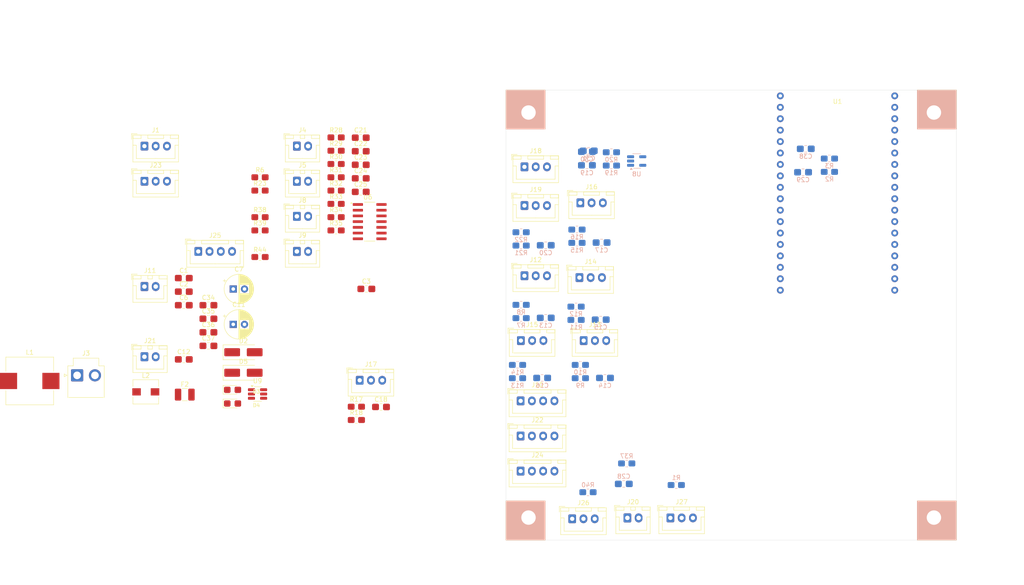
<source format=kicad_pcb>
(kicad_pcb (version 20241229) (generator "pcbnew") (generator_version "9.0")
  (layers (0 "F.Cu" signal) (2 "B.Cu" signal) (13 "F.Paste" user) (15 "B.Paste" user) (5 "F.SilkS" user "F.Silkscreen") (7 "B.SilkS" user "B.Silkscreen") (1 "F.Mask" user) (3 "B.Mask" user) (25 "Edge.Cuts" user))
  (net 0 "")
  (net 1 "+3.3V")
  (net 2 "+12V")
  (net 3 "+5V")
  (net 4 "APPS_3.3V_OUT")
  (net 5 "LVB_TEMP")
  (net 6 "BRAKE_TEMP1")
  (net 7 "BRAKE_TEMP2")
  (net 9 "BRAKE_TEMP3")
  (net 10 "BRAKE_TEMP4")
  (net 11 "CAN+")
  (net 12 "CAN-")
  (net 13 "LVB_S")
  (net 16 "CAN_RX")
  (net 17 "CAN_TX")
  (net 18 "GND")
  (net 19 "Net-(U4-FB)")
  (net 20 "Net-(D2-K)")
  (net 21 "Net-(U6A--)")
  (net 22 "POT3_OUT")
  (net 23 "POT2_OUT")
  (net 24 "POT4_OUT")
  (net 25 "APPS_5V_OUT")
  (net 26 "POT1_OUT")
  (net 27 "BRAKE_TEMP_OUT1")
  (net 28 "BRAKE_TEMP_OUT4")
  (net 29 "BRAKE_TEMP_OUT2")
  (net 30 "BRAKE_TEMP_OUT3")
  (net 31 "Net-(U6C--)")
  (net 32 "Net-(U6B--)")
  (net 33 "Net-(U6D--)")
  (net 34 "SCL_3V3")
  (net 35 "SDA_3V3")
  (net 36 "BRAKE_OUT")
  (net 37 "FLOW_OUT")
  (net 38 "Net-(D3-A)")
  (net 39 "Net-(D4-A)")
  (net 40 "POT1_IN")
  (net 41 "POT2_IN")
  (net 42 "POT3_IN")
  (net 43 "POT4_IN")
  (net 44 "APPS_5V_IN")
  (net 45 "BRAKE_IN")
  (net 46 "FLOW_IN")
  (net 47 "APPS_3.3IN")
  (net 48 "Net-(C31-Pad2)")
  (net 50 "Temp_sensor")
  (net 51 "IO19")
  (net 52 "IO20")
  (net 53 "IO48")
  (net 54 "IO47")
  (net 55 "IO45")
  (net 56 "IO46")
  (net 57 "IO42")
  (net 58 "IO39")
  (net 59 "IO41")
  (net 60 "IO40")
  (net 61 "PUMP_THERM_IN")
  (net 62 "+24V")
  (net 63 "Net-(D5-K)")
  (net 64 "Net-(U9-FB)")
  (footprint "RMC_Capacitor:C_0805_2012Metric_Pad1.18x1.45mm_HandSolder_L" (layer "F.Cu") (at 33.938917 106.847897)
    (property "Reference" "C37" (at 0 -1.68 0) (layer "F.SilkS"))
    (property "Value" "100nF")
    (pad "1" smd roundrect (at -1.2156 -0.0069) (size 1.5312 1.4362) (layers "F.Cu" "F.Mask" "F.Paste") (roundrect_rratio 0.212766) (net 18 "GND"))
    (pad "2" smd roundrect (at 1.2156 0) (size 1.5312 1.45) (layers "F.Cu" "F.Mask" "F.Paste") (roundrect_rratio 0.212766) (net 1 "+3.3V"))
  )
  (footprint "Diode_SMD:D_SMA_Handsoldering" (layer "F.Cu") (at 41.709117 108.267897)
    (property "Reference" "D2" (at 0 -2.5 0) (layer "F.SilkS"))
    (property "Value" "SMA Diode")
    (pad "1" smd roundrect (at -2.5 0) (size 3.5 1.8) (layers "F.Cu" "F.Mask" "F.Paste") (roundrect_rratio 0.1388888889) (net 20 "Net-(D2-K)"))
    (pad "2" smd roundrect (at 2.5 0) (size 3.5 1.8) (layers "F.Cu" "F.Mask" "F.Paste") (roundrect_rratio 0.1388888889) (net 18 "GND"))
  )
  (footprint "RMC_Resistor:R_0805_2012Metric_Pad1.20x1.40mm_HandSolder_L" (layer "F.Cu") (at 66.78 123.35)
    (property "Reference" "R18" (at 0 -1.65 0) (layer "F.SilkS"))
    (property "Value" "1k")
    (pad "1" smd roundrect (at -1.1525 -0.0325) (size 1.505 1.335) (layers "F.Cu" "F.Mask" "F.Paste") (roundrect_rratio 0.208333) (net 18 "GND"))
    (pad "2" smd roundrect (at 1.1525 -0.0325) (size 1.505 1.335) (layers "F.Cu" "F.Mask" "F.Paste") (roundrect_rratio 0.208333) (net 36 "BRAKE_OUT"))
  )
  (footprint "Diode_SMD:D_SMA_Handsoldering" (layer "F.Cu") (at 41.709117 112.817897)
    (property "Reference" "D5" (at 0 -2.5 0) (layer "F.SilkS"))
    (property "Value" "SMA Diode")
    (pad "1" smd roundrect (at -2.5 0) (size 3.5 1.8) (layers "F.Cu" "F.Mask" "F.Paste") (roundrect_rratio 0.1388888889) (net 63 "Net-(D5-K)"))
    (pad "2" smd roundrect (at 2.5 0) (size 3.5 1.8) (layers "F.Cu" "F.Mask" "F.Paste") (roundrect_rratio 0.1388888889) (net 62 "+24V"))
  )
  (footprint "RMC_Capacitor:C_0805_2012Metric_Pad1.18x1.45mm_HandSolder_L" (layer "F.Cu") (at 33.938917 100.827897)
    (property "Reference" "C35" (at 0 -1.68 0) (layer "F.SilkS"))
    (property "Value" "100nF")
    (pad "1" smd roundrect (at -1.2156 -0.0069) (size 1.5312 1.4362) (layers "F.Cu" "F.Mask" "F.Paste") (roundrect_rratio 0.212766) (net 18 "GND"))
    (pad "2" smd roundrect (at 1.2156 0) (size 1.5312 1.45) (layers "F.Cu" "F.Mask" "F.Paste") (roundrect_rratio 0.212766) (net 62 "+24V"))
  )
  (footprint "Connector_JST:JST_XH_B3B-XH-A_1x03_P2.50mm_Vertical" (layer "F.Cu") (at 104.1 67.075)
    (property "Reference" "J18" (at 2.5 -3.55 0) (layer "F.SilkS"))
    (property "Value" "Conn_01x03")
    (pad "1" thru_hole roundrect (at 0 0) (size 1.7 1.95) (drill 0.95) (layers "*.Cu" "*.Mask") (roundrect_rratio 0.147059) (net 46 "FLOW_IN"))
    (pad "2" thru_hole oval (at 2.5 0) (size 1.7 1.95) (drill 0.95) (layers "*.Cu" "*.Mask") (net 18 "GND"))
    (pad "3" thru_hole oval (at 5 0) (size 1.7 1.95) (drill 0.95) (layers "*.Cu" "*.Mask") (net 3 "+5V"))
  )
  (footprint "Connector_JST:JST_XH_B3B-XH-A_1x03_P2.50mm_Vertical" (layer "F.Cu") (at 116.5 75.075)
    (property "Reference" "J16" (at 2.5 -3.55 0) (layer "F.SilkS"))
    (property "Value" "Conn_01x03")
    (pad "1" thru_hole roundrect (at 0 0) (size 1.7 1.95) (drill 0.95) (layers "*.Cu" "*.Mask") (roundrect_rratio 0.147059) (net 44 "APPS_5V_IN"))
    (pad "2" thru_hole oval (at 2.5 0) (size 1.7 1.95) (drill 0.95) (layers "*.Cu" "*.Mask") (net 18 "GND"))
    (pad "3" thru_hole oval (at 5 0) (size 1.7 1.95) (drill 0.95) (layers "*.Cu" "*.Mask") (net 3 "+5V"))
  )
  (footprint "RMC_Capacitor:C_0805_2012Metric_Pad1.18x1.45mm_HandSolder_L" (layer "F.Cu") (at 69 94.192897)
    (property "Reference" "C3" (at 0 -1.68 0) (layer "F.SilkS"))
    (property "Value" "100nF")
    (pad "1" smd roundrect (at -1.2156 -0.0069) (size 1.5312 1.4362) (layers "F.Cu" "F.Mask" "F.Paste") (roundrect_rratio 0.212766) (net 18 "GND"))
    (pad "2" smd roundrect (at 1.2156 0) (size 1.5312 1.45) (layers "F.Cu" "F.Mask" "F.Paste") (roundrect_rratio 0.212766) (net 3 "+5V"))
  )
  (footprint "Connector_JST:JST_XH_B4B-XH-A_1x04_P2.50mm_Vertical" (layer "F.Cu") (at 103.25 126.875)
    (property "Reference" "J22" (at 3.75 -3.55 0) (layer "F.SilkS"))
    (property "Value" "Conn_01x04")
    (pad "1" thru_hole roundrect (at 0 0) (size 1.7 1.95) (drill 0.95) (layers "*.Cu" "*.Mask") (roundrect_rratio 0.147059) (net 35 "SDA_3V3"))
    (pad "2" thru_hole oval (at 2.5 0) (size 1.7 1.95) (drill 0.95) (layers "*.Cu" "*.Mask") (net 34 "SCL_3V3"))
    (pad "3" thru_hole oval (at 5 0) (size 1.7 1.95) (drill 0.95) (layers "*.Cu" "*.Mask") (net 18 "GND"))
    (pad "4" thru_hole oval (at 7.5 0) (size 1.7 1.95) (drill 0.95) (layers "*.Cu" "*.Mask") (net 1 "+3.3V"))
  )
  (footprint "Connector_JST:JST_XH_B4B-XH-A_1x04_P2.50mm_Vertical" (layer "F.Cu") (at 103.25 134.675)
    (property "Reference" "J24" (at 3.75 -3.55 0) (layer "F.SilkS"))
    (property "Value" "Conn_01x04")
    (pad "1" thru_hole roundrect (at 0 0) (size 1.7 1.95) (drill 0.95) (layers "*.Cu" "*.Mask") (roundrect_rratio 0.147059) (net 35 "SDA_3V3"))
    (pad "2" thru_hole oval (at 2.5 0) (size 1.7 1.95) (drill 0.95) (layers "*.Cu" "*.Mask") (net 34 "SCL_3V3"))
    (pad "3" thru_hole oval (at 5 0) (size 1.7 1.95) (drill 0.95) (layers "*.Cu" "*.Mask") (net 18 "GND"))
    (pad "4" thru_hole oval (at 7.5 0) (size 1.7 1.95) (drill 0.95) (layers "*.Cu" "*.Mask") (net 1 "+3.3V"))
  )
  (footprint "RMC_Capacitor:C_0805_2012Metric_Pad1.18x1.45mm_HandSolder_L" (layer "F.Cu") (at 28.469317 91.797897)
    (property "Reference" "C1" (at 0 -1.68 0) (layer "F.SilkS"))
    (property "Value" "100nF")
    (pad "1" smd roundrect (at -1.2156 -0.0069) (size 1.5312 1.4362) (layers "F.Cu" "F.Mask" "F.Paste") (roundrect_rratio 0.212766) (net 18 "GND"))
    (pad "2" smd roundrect (at 1.2156 0) (size 1.5312 1.45) (layers "F.Cu" "F.Mask" "F.Paste") (roundrect_rratio 0.212766) (net 1 "+3.3V"))
  )
  (footprint "Connector_JST:JST_XH_B4B-XH-A_1x04_P2.50mm_Vertical" (layer "F.Cu") (at 103.25 119.075)
    (property "Reference" "J10" (at 3.75 -3.55 0) (layer "F.SilkS"))
    (property "Value" "Conn_01x04")
    (pad "1" thru_hole roundrect (at 0 0) (size 1.7 1.95) (drill 0.95) (layers "*.Cu" "*.Mask") (roundrect_rratio 0.147059) (net 35 "SDA_3V3"))
    (pad "2" thru_hole oval (at 2.5 0) (size 1.7 1.95) (drill 0.95) (layers "*.Cu" "*.Mask") (net 34 "SCL_3V3"))
    (pad "3" thru_hole oval (at 5 0) (size 1.7 1.95) (drill 0.95) (layers "*.Cu" "*.Mask") (net 18 "GND"))
    (pad "4" thru_hole oval (at 7.5 0) (size 1.7 1.95) (drill 0.95) (layers "*.Cu" "*.Mask") (net 1 "+3.3V"))
  )
  (footprint "Connector_JST:JST_XH_B3B-XH-A_1x03_P2.50mm_Vertical" (layer "F.Cu") (at 103.3 105.675)
    (property "Reference" "J15" (at 2.5 -3.55 0) (layer "F.SilkS"))
    (property "Value" "Conn_01x03")
    (pad "1" thru_hole roundrect (at 0 0) (size 1.7 1.95) (drill 0.95) (layers "*.Cu" "*.Mask") (roundrect_rratio 0.147059) (net 42 "POT3_IN"))
    (pad "2" thru_hole oval (at 2.5 0) (size 1.7 1.95) (drill 0.95) (layers "*.Cu" "*.Mask") (net 18 "GND"))
    (pad "3" thru_hole oval (at 5 0) (size 1.7 1.95) (drill 0.95) (layers "*.Cu" "*.Mask") (net 3 "+5V"))
  )
  (footprint "RMC_Capacitor:C_0805_2012Metric_Pad1.18x1.45mm_HandSolder_L" (layer "F.Cu") (at 67.749317 72.637897)
    (property "Reference" "C25" (at 0 -1.68 0) (layer "F.SilkS"))
    (property "Value" "100nF")
    (pad "1" smd roundrect (at -1.2156 -0.0069) (size 1.5312 1.4362) (layers "F.Cu" "F.Mask" "F.Paste") (roundrect_rratio 0.212766) (net 29 "BRAKE_TEMP_OUT2"))
    (pad "2" smd roundrect (at 1.2156 0) (size 1.5312 1.45) (layers "F.Cu" "F.Mask" "F.Paste") (roundrect_rratio 0.212766) (net 18 "GND"))
  )
  (footprint "Connector_JST:JST_XH_B3B-XH-A_1x03_P2.50mm_Vertical" (layer "F.Cu") (at 19.734117 62.467897)
    (property "Reference" "J1" (at 2.5 -3.55 0) (layer "F.SilkS"))
    (property "Value" "Conn_01x03")
    (pad "1" thru_hole roundrect (at 0 0) (size 1.7 1.95) (drill 0.95) (layers "*.Cu" "*.Mask") (roundrect_rratio 0.147059) (net 56 "IO46"))
    (pad "2" thru_hole oval (at 2.5 0) (size 1.7 1.95) (drill 0.95) (layers "*.Cu" "*.Mask") (net 52 "IO20"))
    (pad "3" thru_hole oval (at 5 0) (size 1.7 1.95) (drill 0.95) (layers "*.Cu" "*.Mask") (net 51 "IO19"))
  )
  (footprint "Connector_JST:JST_VH_B2P-VH_1x02_P3.96mm_Vertical" (layer "F.Cu") (at 4.789117 113.397897)
    (property "Reference" "J3" (at 1.98 -4.9 0) (layer "F.SilkS"))
    (property "Value" "Conn_01x02")
    (pad "1" thru_hole roundrect (at 0 0) (size 2.7 2.7) (drill 1.7) (layers "*.Cu" "*.Mask") (roundrect_rratio 0.092593) (net 2 "+12V"))
    (pad "2" thru_hole circle (at 3.96 0) (size 2.7 2.7) (drill 1.7) (layers "*.Cu" "*.Mask") (net 18 "GND"))
  )
  (footprint "Connector_JST:JST_XH_B2B-XH-A_1x02_P2.50mm_Vertical" (layer "F.Cu") (at 53.574117 62.467897)
    (property "Reference" "J4" (at 1.25 -3.55 0) (layer "F.SilkS"))
    (property "Value" "Conn_01x02")
    (pad "1" thru_hole roundrect (at 0 0) (size 1.7 2) (drill 1) (layers "*.Cu" "*.Mask") (roundrect_rratio 0.147059) (net 6 "BRAKE_TEMP1"))
    (pad "2" thru_hole oval (at 2.5 0) (size 1.7 2) (drill 1) (layers "*.Cu" "*.Mask") (net 62 "+24V"))
  )
  (footprint "RMC_Capacitor:C_0805_2012Metric_Pad1.18x1.45mm_HandSolder_L" (layer "F.Cu") (at 67.749317 69.627897)
    (property "Reference" "C24" (at 0 -1.68 0) (layer "F.SilkS"))
    (property "Value" "100nF")
    (pad "1" smd roundrect (at -1.2156 -0.0069) (size 1.5312 1.4362) (layers "F.Cu" "F.Mask" "F.Paste") (roundrect_rratio 0.212766) (net 28 "BRAKE_TEMP_OUT4"))
    (pad "2" smd roundrect (at 1.2156 0) (size 1.5312 1.45) (layers "F.Cu" "F.Mask" "F.Paste") (roundrect_rratio 0.212766) (net 18 "GND"))
  )
  (footprint "Connector_JST:JST_XH_B3B-XH-A_1x03_P2.50mm_Vertical" (layer "F.Cu") (at 116.3 91.675)
    (property "Reference" "J14" (at 2.5 -3.55 0) (layer "F.SilkS"))
    (property "Value" "Conn_01x03")
    (pad "1" thru_hole roundrect (at 0 0) (size 1.7 1.95) (drill 0.95) (layers "*.Cu" "*.Mask") (roundrect_rratio 0.147059) (net 43 "POT4_IN"))
    (pad "2" thru_hole oval (at 2.5 0) (size 1.7 1.95) (drill 0.95) (layers "*.Cu" "*.Mask") (net 18 "GND"))
    (pad "3" thru_hole oval (at 5 0) (size 1.7 1.95) (drill 0.95) (layers "*.Cu" "*.Mask") (net 3 "+5V"))
  )
  (footprint "RMC_Inductor:L_10.4x10.4_H4.8" (layer "F.Cu") (at -5.730883 114.647897)
    (property "Reference" "L1" (at 0 -6.35 0) (layer "F.SilkS"))
    (property "Value" "330uH")
    (pad "1" smd rect (at -4.7 0) (size 3.8 3.6) (layers "F.Cu" "F.Mask" "F.Paste") (net 20 "Net-(D2-K)"))
    (pad "2" smd rect (at 4.7 0) (size 3.8 3.6) (layers "F.Cu" "F.Mask" "F.Paste") (net 19 "Net-(U4-FB)"))
  )
  (footprint "MountingHole:MountingHole_3.2mm_M3" (layer "F.Cu") (at 195 145)
    (property "Reference" "H4" (hide yes))
    (property "Value" "MountingHole" (hide yes))
    (pad "" np_thru_hole circle (at 0 0) (size 3.2 3.2) (drill 3.2) (layers "*.Cu" "*.Mask"))
  )
  (footprint "MountingHole:MountingHole_3.2mm_M3" (layer "F.Cu") (at 195 55)
    (property "Reference" "H3" (hide yes))
    (property "Value" "MountingHole" (hide yes))
    (pad "" np_thru_hole circle (at 0 0) (size 3.2 3.2) (drill 3.2) (layers "*.Cu" "*.Mask"))
  )
  (footprint "RMC_Capacitor:C_0805_2012Metric_Pad1.18x1.45mm_HandSolder_L" (layer "F.Cu") (at 28.469317 97.817897)
    (property "Reference" "C6" (at 0 -1.68 0) (layer "F.SilkS"))
    (property "Value" "100nF")
    (pad "1" smd roundrect (at -1.2156 -0.0069) (size 1.5312 1.4362) (layers "F.Cu" "F.Mask" "F.Paste") (roundrect_rratio 0.212766) (net 18 "GND"))
    (pad "2" smd roundrect (at 1.2156 0) (size 1.5312 1.45) (layers "F.Cu" "F.Mask" "F.Paste") (roundrect_rratio 0.212766) (net 2 "+12V"))
  )
  (footprint "Capacitor_THT:CP_Radial_D6.3mm_P2.50mm" (layer "F.Cu") (at 39.449358 102.067897)
    (property "Reference" "C11" (at 1.25 -4.4 0) (layer "F.SilkS"))
    (property "Value" "330uF")
    (pad "1" thru_hole rect (at 0 0) (size 1.6 1.6) (drill 0.8) (layers "*.Cu" "*.Mask") (net 19 "Net-(U4-FB)"))
    (pad "2" thru_hole circle (at 2.5 0) (size 1.6 1.6) (drill 0.8) (layers "*.Cu" "*.Mask") (net 18 "GND"))
  )
  (footprint "Connector_JST:JST_XH_B3B-XH-A_1x03_P2.50mm_Vertical" (layer "F.Cu") (at 67.524117 114.497897)
    (property "Reference" "J17" (at 2.5 -3.55 0) (layer "F.SilkS"))
    (property "Value" "Conn_01x03")
    (pad "1" thru_hole roundrect (at 0 0) (size 1.7 1.95) (drill 0.95) (layers "*.Cu" "*.Mask") (roundrect_rratio 0.147059) (net 45 "BRAKE_IN"))
    (pad "2" thru_hole oval (at 2.5 0) (size 1.7 1.95) (drill 0.95) (layers "*.Cu" "*.Mask") (net 18 "GND"))
    (pad "3" thru_hole oval (at 5 0) (size 1.7 1.95) (drill 0.95) (layers "*.Cu" "*.Mask") (net 3 "+5V"))
  )
  (footprint "RMC_Capacitor:C_0805_2012Metric_Pad1.18x1.45mm_HandSolder_L" (layer "F.Cu") (at 28.469317 109.857897)
    (property "Reference" "C12" (at 0 -1.68 0) (layer "F.SilkS"))
    (property "Value" "100nF")
    (pad "1" smd roundrect (at -1.2156 -0.0069) (size 1.5312 1.4362) (layers "F.Cu" "F.Mask" "F.Paste") (roundrect_rratio 0.212766) (net 18 "GND"))
    (pad "2" smd roundrect (at 1.2156 0) (size 1.5312 1.45) (layers "F.Cu" "F.Mask" "F.Paste") (roundrect_rratio 0.212766) (net 19 "Net-(U4-FB)"))
  )
  (footprint "RMC_Capacitor:C_0805_2012Metric_Pad1.18x1.45mm_HandSolder_L" (layer "F.Cu") (at 28.469317 94.807897)
    (property "Reference" "C2" (at 0 -1.68 0) (layer "F.SilkS"))
    (property "Value" "10uF")
    (pad "1" smd roundrect (at -1.2156 -0.0069) (size 1.5312 1.4362) (layers "F.Cu" "F.Mask" "F.Paste") (roundrect_rratio 0.212766) (net 18 "GND"))
    (pad "2" smd roundrect (at 1.2156 0) (size 1.5312 1.45) (layers "F.Cu" "F.Mask" "F.Paste") (roundrect_rratio 0.212766) (net 1 "+3.3V"))
  )
  (footprint "Connector_JST:JST_XH_B3B-XH-A_1x03_P2.50mm_Vertical" (layer "F.Cu") (at 19.734117 70.267897)
    (property "Reference" "J23" (at 2.5 -3.55 0) (layer "F.SilkS"))
    (property "Value" "Conn_01x03")
    (pad "1" thru_hole roundrect (at 0 0) (size 1.7 1.95) (drill 0.95) (layers "*.Cu" "*.Mask") (roundrect_rratio 0.147059) (net 55 "IO45"))
    (pad "2" thru_hole oval (at 2.5 0) (size 1.7 1.95) (drill 0.95) (layers "*.Cu" "*.Mask") (net 53 "IO48"))
    (pad "3" thru_hole oval (at 5 0) (size 1.7 1.95) (drill 0.95) (layers "*.Cu" "*.Mask") (net 54 "IO47"))
  )
  (footprint "RMC_Resistor:R_0805_2012Metric_Pad1.20x1.40mm_HandSolder_L" (layer "F.Cu") (at 45.39 78.280515)
    (property "Reference" "R38" (at 0 -1.65 0) (layer "F.SilkS"))
    (property "Value" "330R")
    (pad "1" smd roundrect (at -1.1525 -0.0325) (size 1.505 1.335) (layers "F.Cu" "F.Mask" "F.Paste") (roundrect_rratio 0.208333) (net 3 "+5V"))
    (pad "2" smd roundrect (at 1.1525 -0.0325) (size 1.505 1.335) (layers "F.Cu" "F.Mask" "F.Paste") (roundrect_rratio 0.208333) (net 38 "Net-(D3-A)"))
  )
  (footprint "RMC_Resistor:R_0805_2012Metric_Pad1.20x1.40mm_HandSolder_L" (layer "F.Cu") (at 62.28 66.472103)
    (property "Reference" "R30" (at 0 -1.65 0) (layer "F.SilkS"))
    (property "Value" "5k")
    (pad "1" smd roundrect (at -1.1525 -0.0325) (size 1.505 1.335) (layers "F.Cu" "F.Mask" "F.Paste") (roundrect_rratio 0.208333) (net 21 "Net-(U6A--)"))
    (pad "2" smd roundrect (at 1.1525 -0.0325) (size 1.505 1.335) (layers "F.Cu" "F.Mask" "F.Paste") (roundrect_rratio 0.208333) (net 29 "BRAKE_TEMP_OUT2"))
  )
  (footprint "Fuse:Fuse_1210_3225Metric_Pad1.42x2.65mm_HandSolder" (layer "F.Cu") (at 28.684117 117.677897)
    (property "Reference" "F2" (at 0 -2.28 0) (layer "F.SilkS"))
    (property "Value" "Fuse")
    (pad "1" smd roundrect (at -1.4875 0) (size 1.425 2.65) (layers "F.Cu" "F.Mask" "F.Paste") (roundrect_rratio 0.175439) (net 19 "Net-(U4-FB)"))
    (pad "2" smd roundrect (at 1.4875 0) (size 1.425 2.65) (layers "F.Cu" "F.Mask" "F.Paste") (roundrect_rratio 0.175439) (net 3 "+5V"))
  )
  (footprint "Connector_JST:JST_XH_B4B-XH-A_1x04_P2.50mm_Vertical" (layer "F.Cu") (at 31.684117 85.867897)
    (property "Reference" "J25" (at 3.75 -3.55 0) (layer "F.SilkS"))
    (property "Value" "Conn_01x04")
    (pad "1" thru_hole roundrect (at 0 0) (size 1.7 1.95) (drill 0.95) (layers "*.Cu" "*.Mask") (roundrect_rratio 0.147059) (net 58 "IO39"))
    (pad "2" thru_hole oval (at 2.5 0) (size 1.7 1.95) (drill 0.95) (layers "*.Cu" "*.Mask") (net 60 "IO40"))
    (pad "3" thru_hole oval (at 5 0) (size 1.7 1.95) (drill 0.95) (layers "*.Cu" "*.Mask") (net 59 "IO41"))
    (pad "4" thru_hole oval (at 7.5 0) (size 1.7 1.95) (drill 0.95) (layers "*.Cu" "*.Mask") (net 57 "IO42"))
  )
  (footprint "RMC_Resistor:R_0805_2012Metric_Pad1.20x1.40mm_HandSolder_L" (layer "F.Cu") (at 62.28 60.567897)
    (property "Reference" "R28" (at 0 -1.65 0) (layer "F.SilkS"))
    (property "Value" "5k")
    (pad "1" smd roundrect (at -1.1525 -0.0325) (size 1.505 1.335) (layers "F.Cu" "F.Mask" "F.Paste") (roundrect_rratio 0.208333) (net 32 "Net-(U6B--)"))
    (pad "2" smd roundrect (at 1.1525 -0.0325) (size 1.505 1.335) (layers "F.Cu" "F.Mask" "F.Paste") (roundrect_rratio 0.208333) (net 27 "BRAKE_TEMP_OUT1"))
  )
  (footprint "MountingHole:MountingHole_3.2mm_M3" (layer "F.Cu") (at 105 145)
    (property "Reference" "H2" (hide yes))
    (property "Value" "MountingHole" (hide yes))
    (pad "" np_thru_hole circle (at 0 0) (size 3.2 3.2) (drill 3.2) (layers "*.Cu" "*.Mask"))
  )
  (footprint "RMC_Capacitor:C_0805_2012Metric_Pad1.18x1.45mm_HandSolder_L" (layer "F.Cu") (at 33.938917 103.837897)
    (property "Reference" "C36" (at 0 -1.68 0) (layer "F.SilkS"))
    (property "Value" "100nF")
    (pad "1" smd roundrect (at -1.2156 -0.0069) (size 1.5312 1.4362) (layers "F.Cu" "F.Mask" "F.Paste") (roundrect_rratio 0.212766) (net 3 "+5V"))
    (pad "2" smd roundrect (at 1.2156 0) (size 1.5312 1.45) (layers "F.Cu" "F.Mask" "F.Paste") (roundrect_rratio 0.212766) (net 18 "GND"))
  )
  (footprint "RMC_Capacitor:C_0805_2012Metric_Pad1.18x1.45mm_HandSolder_L" (layer "F.Cu") (at 67.749317 60.597897)
    (property "Reference" "C21" (at 0 -1.68 0) (layer "F.SilkS"))
    (property "Value" "100nF")
    (pad "1" smd roundrect (at -1.2156 -0.0069) (size 1.5312 1.4362) (layers "F.Cu" "F.Mask" "F.Paste") (roundrect_rratio 0.212766) (net 1 "+3.3V"))
    (pad "2" smd roundrect (at 1.2156 0) (size 1.5312 1.45) (layers "F.Cu" "F.Mask" "F.Paste") (roundrect_rratio 0.212766) (net 18 "GND"))
  )
  (footprint "Connector_JST:JST_XH_B2B-XH-A_1x02_P2.50mm_Vertical" (layer "F.Cu") (at 19.734117 93.667897)
    (property "Reference" "J11" (at 1.25 -3.55 0) (layer "F.SilkS"))
    (property "Value" "Conn_01x02")
    (pad "1" thru_hole roundrect (at 0 0) (size 1.7 2) (drill 1) (layers "*.Cu" "*.Mask") (roundrect_rratio 0.147059) (net 11 "CAN+"))
    (pad "2" thru_hole oval (at 2.5 0) (size 1.7 2) (drill 1) (layers "*.Cu" "*.Mask") (net 12 "CAN-"))
  )
  (footprint "Package_TO_SOT_SMD:SOT-23-6_Handsoldering" (layer "F.Cu") (at 44.844117 117.542897)
    (property "Reference" "U9" (at 0 -2.9 0) (layer "F.SilkS"))
    (property "Value" "MT3608/SDB628")
    (pad "1" smd roundrect (at -1.35 -0.95) (size 1.56 0.65) (layers "F.Cu" "F.Mask" "F.Paste") (net 63 "Net-(D5-K)"))
    (pad "2" smd roundrect (at -1.35 0) (size 1.56 0.65) (layers "F.Cu" "F.Mask" "F.Paste") (net 18 "GND"))
    (pad "3" smd roundrect (at -1.35 0.95) (size 1.56 0.65) (layers "F.Cu" "F.Mask" "F.Paste") (net 64 "Net-(U9-FB)"))
    (pad "4" smd roundrect (at 1.35 0.95) (size 1.56 0.65) (layers "F.Cu" "F.Mask" "F.Paste") (net 2 "+12V"))
    (pad "5" smd roundrect (at 1.35 0) (size 1.56 0.65) (layers "F.Cu" "F.Mask" "F.Paste") (net 2 "+12V"))
    (pad "6" smd roundrect (at 1.35 -0.95) (size 1.56 0.65) (layers "F.Cu" "F.Mask" "F.Paste"))
  )
  (footprint "RMC_LED:LED_0805_2012Metric_Pad1.45x1.40mm_HandSolder" (layer "F.Cu") (at 39.299117 119.652897)
    (property "Reference" "D4" (at 5.3 0.403201 180) (layer "F.SilkS") (effects (font (size 0.8 0.8))))
    (property "Value" "LED")
    (pad "1" smd roundrect (at -1.175 0) (size 1.45 1.4) (layers "F.Cu" "F.Mask" "F.Paste") (roundrect_rratio 0.2173913043) (net 18 "GND"))
    (pad "2" smd roundrect (at 1.175 0) (size 1.45 1.4) (layers "F.Cu" "F.Mask" "F.Paste") (roundrect_rratio 0.2173913043) (net 39 "Net-(D4-A)"))
  )
  (footprint "RMC_Resistor:R_0805_2012Metric_Pad1.20x1.40mm_HandSolder_L" (layer "F.Cu") (at 45.39 87.136824)
    (property "Reference" "R44" (at 0 -1.65 0) (layer "F.SilkS"))
    (property "Value" "680R")
    (pad "1" smd roundrect (at -1.1525 -0.0325) (size 1.505 1.335) (layers "F.Cu" "F.Mask" "F.Paste") (roundrect_rratio 0.208333) (net 64 "Net-(U9-FB)"))
    (pad "2" smd roundrect (at 1.1525 -0.0325) (size 1.505 1.335) (layers "F.Cu" "F.Mask" "F.Paste") (roundrect_rratio 0.208333) (net 18 "GND"))
  )
  (footprint "RMC_Capacitor:C_0805_2012Metric_Pad1.18x1.45mm_HandSolder_L" (layer "F.Cu") (at 67.749317 63.607897)
    (property "Reference" "C22" (at 0 -1.68 0) (layer "F.SilkS"))
    (property "Value" "100nF")
    (pad "1" smd roundrect (at -1.2156 -0.0069) (size 1.5312 1.4362) (layers "F.Cu" "F.Mask" "F.Paste") (roundrect_rratio 0.212766) (net 27 "BRAKE_TEMP_OUT1"))
    (pad "2" smd roundrect (at 1.2156 0) (size 1.5312 1.45) (layers "F.Cu" "F.Mask" "F.Paste") (roundrect_rratio 0.212766) (net 18 "GND"))
  )
  (footprint "RMC_Resistor:R_0805_2012Metric_Pad1.20x1.40mm_HandSolder_L" (layer "F.Cu") (at 45.39 72.376309)
    (property "Reference" "R23" (at 0 -1.65 0) (layer "F.SilkS"))
    (property "Value" "249k")
    (pad "1" smd roundrect (at -1.1525 -0.0325) (size 1.505 1.335) (layers "F.Cu" "F.Mask" "F.Paste") (roundrect_rratio 0.208333) (net 62 "+24V"))
    (pad "2" smd roundrect (at 1.1525 -0.0325) (size 1.505 1.335) (layers "F.Cu" "F.Mask" "F.Paste") (roundrect_rratio 0.208333) (net 64 "Net-(U9-FB)"))
  )
  (footprint "RMC_Resistor:R_0805_2012Metric_Pad1.20x1.40mm_HandSolder_L" (layer "F.Cu") (at 62.28 81.232618)
    (property "Reference" "R35" (at 0 -1.65 0) (layer "F.SilkS"))
    (property "Value" "1k")
    (pad "1" smd roundrect (at -1.1525 -0.0325) (size 1.505 1.335) (layers "F.Cu" "F.Mask" "F.Paste") (roundrect_rratio 0.208333) (net 18 "GND"))
    (pad "2" smd roundrect (at 1.1525 -0.0325) (size 1.505 1.335) (layers "F.Cu" "F.Mask" "F.Paste") (roundrect_rratio 0.208333) (net 31 "Net-(U6C--)"))
  )
  (footprint "Connector_JST:JST_XH_B2B-XH-A_1x02_P2.50mm_Vertical" (layer "F.Cu") (at 53.574117 85.867897)
    (property "Reference" "J9" (at 1.25 -3.55 0) (layer "F.SilkS"))
    (property "Value" "Conn_01x02")
    (pad "1" thru_hole roundrect (at 0 0) (size 1.7 2) (drill 1) (layers "*.Cu" "*.Mask") (roundrect_rratio 0.147059) (net 10 "BRAKE_TEMP4"))
    (pad "2" thru_hole oval (at 2.5 0) (size 1.7 2) (drill 1) (layers "*.Cu" "*.Mask") (net 62 "+24V"))
  )
  (footprint "Connector_JST:JST_XH_B3B-XH-A_1x03_P2.50mm_Vertical" (layer "F.Cu") (at 117.25 105.675)
    (property "Reference" "J13" (at 2.5 -3.55 0) (layer "F.SilkS"))
    (property "Value" "Conn_01x03")
    (pad "1" thru_hole roundrect (at 0 0) (size 1.7 1.95) (drill 0.95) (layers "*.Cu" "*.Mask") (roundrect_rratio 0.147059) (net 41 "POT2_IN"))
    (pad "2" thru_hole oval (at 2.5 0) (size 1.7 1.95) (drill 0.95) (layers "*.Cu" "*.Mask") (net 18 "GND"))
    (pad "3" thru_hole oval (at 5 0) (size 1.7 1.95) (drill 0.95) (layers "*.Cu" "*.Mask") (net 3 "+5V"))
  )
  (footprint "doit-esp32-devkit-kicad-master:ESP32-DOIT-DEVKIT" (layer "F.Cu") (at 173.6 48.7575)
    (property "Reference" "U1" (at 0 3.81 0) (layer "F.SilkS"))
    (property "Value" "DOIT-ESP32-DEVKIT-V1")
    (pad "1" thru_hole circle (at -12.7 2.54) (size 1.524 1.524) (drill 0.762) (layers "*.Cu" "*.Mask"))
    (pad "2" thru_hole circle (at -12.7 5.08) (size 1.524 1.524) (drill 0.762) (layers "*.Cu" "*.Mask"))
    (pad "3" thru_hole circle (at -12.7 7.62) (size 1.524 1.524) (drill 0.762) (layers "*.Cu" "*.Mask") (net 37 "FLOW_OUT"))
    (pad "4" thru_hole circle (at -12.7 10.16) (size 1.524 1.524) (drill 0.762) (layers "*.Cu" "*.Mask") (net 25 "APPS_5V_OUT"))
    (pad "5" thru_hole circle (at -12.7 12.7) (size 1.524 1.524) (drill 0.762) (layers "*.Cu" "*.Mask") (net 4 "APPS_3.3V_OUT"))
    (pad "6" thru_hole circle (at -12.7 15.24) (size 1.524 1.524) (drill 0.762) (layers "*.Cu" "*.Mask") (net 13 "LVB_S"))
    (pad "7" thru_hole circle (at -12.7 17.78) (size 1.524 1.524) (drill 0.762) (layers "*.Cu" "*.Mask") (net 26 "POT1_OUT"))
    (pad "8" thru_hole circle (at -12.7 20.32) (size 1.524 1.524) (drill 0.762) (layers "*.Cu" "*.Mask") (net 23 "POT2_OUT"))
    (pad "9" thru_hole circle (at -12.7 22.86) (size 1.524 1.524) (drill 0.762) (layers "*.Cu" "*.Mask") (net 22 "POT3_OUT"))
    (pad "10" thru_hole circle (at -12.7 25.4) (size 1.524 1.524) (drill 0.762) (layers "*.Cu" "*.Mask") (net 24 "POT4_OUT"))
    (pad "11" thru_hole circle (at -12.7 27.94) (size 1.524 1.524) (drill 0.762) (layers "*.Cu" "*.Mask") (net 35 "SDA_3V3"))
    (pad "12" thru_hole circle (at -12.7 30.48) (size 1.524 1.524) (drill 0.762) (layers "*.Cu" "*.Mask") (net 34 "SCL_3V3"))
    (pad "13" thru_hole circle (at -12.7 33.02) (size 1.524 1.524) (drill 0.762) (layers "*.Cu" "*.Mask") (net 50 "Temp_sensor"))
    (pad "14" thru_hole circle (at -12.7 35.56) (size 1.524 1.524) (drill 0.762) (layers "*.Cu" "*.Mask") (net 36 "BRAKE_OUT"))
    (pad "15" thru_hole circle (at -12.7 38.1) (size 1.524 1.524) (drill 0.762) (layers "*.Cu" "*.Mask") (net 61 "PUMP_THERM_IN"))
    (pad "16" thru_hole circle (at -12.7 40.64) (size 1.524 1.524) (drill 0.762) (layers "*.Cu" "*.Mask") (net 5 "LVB_TEMP"))
    (pad "17" thru_hole circle (at -12.7 43.18) (size 1.524 1.524) (drill 0.762) (layers "*.Cu" "*.Mask") (net 18 "GND"))
    (pad "18" thru_hole circle (at -12.7 45.72) (size 1.524 1.524) (drill 0.762) (layers "*.Cu" "*.Mask") (net 3 "+5V"))
    (pad "19" thru_hole circle (at 12.7 45.72) (size 1.524 1.524) (drill 0.762) (layers "*.Cu" "*.Mask") (net 1 "+3.3V"))
    (pad "20" thru_hole circle (at 12.7 43.18) (size 1.524 1.524) (drill 0.762) (layers "*.Cu" "*.Mask"))
    (pad "21" thru_hole circle (at 12.7 40.64) (size 1.524 1.524) (drill 0.762) (layers "*.Cu" "*.Mask"))
    (pad "22" thru_hole circle (at 12.7 38.1) (size 1.524 1.524) (drill 0.762) (layers "*.Cu" "*.Mask"))
    (pad "23" thru_hole circle (at 12.7 35.56) (size 1.524 1.524) (drill 0.762) (layers "*.Cu" "*.Mask") (net 28 "BRAKE_TEMP_OUT4"))
    (pad "24" thru_hole circle (at 12.7 33.02) (size 1.524 1.524) (drill 0.762) (layers "*.Cu" "*.Mask") (net 30 "BRAKE_TEMP_OUT3"))
    (pad "25" thru_hole circle (at 12.7 30.48) (size 1.524 1.524) (drill 0.762) (layers "*.Cu" "*.Mask") (net 29 "BRAKE_TEMP_OUT2"))
    (pad "26" thru_hole circle (at 12.7 27.94) (size 1.524 1.524) (drill 0.762) (layers "*.Cu" "*.Mask") (net 27 "BRAKE_TEMP_OUT1"))
    (pad "27" thru_hole circle (at 12.7 25.4) (size 1.524 1.524) (drill 0.762) (layers "*.Cu" "*.Mask"))
    (pad "28" thru_hole circle (at 12.7 22.86) (size 1.524 1.524) (drill 0.762) (layers "*.Cu" "*.Mask"))
    (pad "29" thru_hole circle (at 12.7 20.32) (size 1.524 1.524) (drill 0.762) (layers "*.Cu" "*.Mask"))
    (pad "30" thru_hole circle (at 12.7 17.78) (size 1.524 1.524) (drill 0.762) (layers "*.Cu" "*.Mask"))
    (pad "31" thru_hole circle (at 12.7 15.24) (size 1.524 1.524) (drill 0.762) (layers "*.Cu" "*.Mask"))
    (pad "32" thru_hole circle (at 12.7 12.7) (size 1.524 1.524) (drill 0.762) (layers "*.Cu" "*.Mask"))
    (pad "33" thru_hole circle (at 12.7 10.16) (size 1.524 1.524) (drill 0.762) (layers "*.Cu" "*.Mask") (net 16 "CAN_RX"))
    (pad "34" thru_hole circle (at 12.7 7.62) (size 1.524 1.524) (drill 0.762) (layers "*.Cu" "*.Mask") (net 17 "CAN_TX"))
    (pad "35" thru_hole circle (at 12.7 5.08) (size 1.524 1.524) (drill 0.762) (layers "*.Cu" "*.Mask"))
    (pad "36" thru_hole circle (at 12.7 2.54) (size 1.524 1.524) (drill 0.762) (layers "*.Cu" "*.Mask"))
  )
  (footprint "Connector_JST:JST_XH_B2B-XH-A_1x02_P2.50mm_Vertical" (layer "F.Cu") (at 53.574117 78.067897)
    (property "Reference" "J8" (at 1.25 -3.55 0) (layer "F.SilkS"))
    (property "Value" "Conn_01x02")
    (pad "1" thru_hole roundrect (at 0 0) (size 1.7 2) (drill 1) (layers "*.Cu" "*.Mask") (roundrect_rratio 0.147059) (net 9 "BRAKE_TEMP3"))
    (pad "2" thru_hole oval (at 2.5 0) (size 1.7 2) (drill 1) (layers "*.Cu" "*.Mask") (net 62 "+24V"))
  )
  (footprint "RMC_Resistor:R_0805_2012Metric_Pad1.20x1.40mm_HandSolder_L" (layer "F.Cu") (at 62.28 75.328412)
    (property "Reference" "R33" (at 0 -1.65 0) (layer "F.SilkS"))
    (property "Value" "1k")
    (pad "1" smd roundrect (at -1.1525 -0.0325) (size 1.505 1.335) (layers "F.Cu" "F.Mask" "F.Paste") (roundrect_rratio 0.208333) (net 18 "GND"))
    (pad "2" smd roundrect (at 1.1525 -0.0325) (size 1.505 1.335) (layers "F.Cu" "F.Mask" "F.Paste") (roundrect_rratio 0.208333) (net 33 "Net-(U6D--)"))
  )
  (footprint "RMC_Resistor:R_0805_2012Metric_Pad1.20x1.40mm_HandSolder_L" (layer "F.Cu") (at 62.28 72.376309)
    (property "Reference" "R32" (at 0 -1.65 0) (layer "F.SilkS"))
    (property "Value" "5k")
    (pad "1" smd roundrect (at -1.1525 -0.0325) (size 1.505 1.335) (layers "F.Cu" "F.Mask" "F.Paste") (roundrect_rratio 0.208333) (net 33 "Net-(U6D--)"))
    (pad "2" smd roundrect (at 1.1525 -0.0325) (size 1.505 1.335) (layers "F.Cu" "F.Mask" "F.Paste") (roundrect_rratio 0.208333) (net 30 "BRAKE_TEMP_OUT3"))
  )
  (footprint "MountingHole:MountingHole_3.2mm_M3" (layer "F.Cu") (at 105 55)
    (property "Reference" "H1" (hide yes))
    (property "Value" "MountingHole" (hide yes))
    (pad "" np_thru_hole circle (at 0 0) (size 3.2 3.2) (drill 3.2) (layers "*.Cu" "*.Mask"))
  )
  (footprint "RMC_LED:LED_0805_2012Metric_Pad1.45x1.40mm_HandSolder" (layer "F.Cu") (at 39.299117 116.612897)
    (property "Reference" "D3" (at 5.3 0.403201 180) (layer "F.SilkS") (effects (font (size 0.8 0.8))))
    (property "Value" "LED")
    (pad "1" smd roundrect (at -1.175 0) (size 1.45 1.4) (layers "F.Cu" "F.Mask" "F.Paste") (roundrect_rratio 0.2173913043) (net 18 "GND"))
    (pad "2" smd roundrect (at 1.175 0) (size 1.45 1.4) (layers "F.Cu" "F.Mask" "F.Paste") (roundrect_rratio 0.2173913043) (net 38 "Net-(D3-A)"))
  )
  (footprint "Connector_JST:JST_XH_B3B-XH-A_1x03_P2.50mm_Vertical" (layer "F.Cu") (at 104.1 75.675)
    (property "Reference" "J19" (at 2.5 -3.55 0) (layer "F.SilkS"))
    (property "Value" "Conn_01x03")
    (pad "1" thru_hole roundrect (at 0 0) (size 1.7 1.95) (drill 0.95) (layers "*.Cu" "*.Mask") (roundrect_rratio 0.147059) (net 47 "APPS_3.3IN"))
    (pad "2" thru_hole oval (at 2.5 0) (size 1.7 1.95) (drill 0.95) (layers "*.Cu" "*.Mask") (net 18 "GND"))
    (pad "3" thru_hole oval (at 5 0) (size 1.7 1.95) (drill 0.95) (layers "*.Cu" "*.Mask") (net 1 "+3.3V"))
  )
  (footprint "Connector_JST:JST_XH_B3B-XH-A_1x03_P2.50mm_Vertical" (layer "F.Cu") (at 114.7 145.275)
    (property "Reference" "J26" (at 2.5 -3.55 0) (layer "F.SilkS"))
    (property "Value" "Conn_01x03")
    (pad "1" thru_hole roundrect (at 0 0) (size 1.7 1.95) (drill 0.95) (layers "*.Cu" "*.Mask") (roundrect_rratio 0.147059) (net 50 "Temp_sensor"))
    (pad "2" thru_hole oval (at 2.5 0) (size 1.7 1.95) (drill 0.95) (layers "*.Cu" "*.Mask") (net 18 "GND"))
    (pad "3" thru_hole oval (at 5 0) (size 1.7 1.95) (drill 0.95) (layers "*.Cu" "*.Mask") (net 1 "+3.3V"))
  )
  (footprint "RMC_Resistor:R_0805_2012Metric_Pad1.20x1.40mm_HandSolder_L" (layer "F.Cu") (at 62.28 78.280515)
    (property "Reference" "R34" (at 0 -1.65 0) (layer "F.SilkS"))
    (property "Value" "5k")
    (pad "1" smd roundrect (at -1.1525 -0.0325) (size 1.505 1.335) (layers "F.Cu" "F.Mask" "F.Paste") (roundrect_rratio 0.208333) (net 31 "Net-(U6C--)"))
    (pad "2" smd roundrect (at 1.1525 -0.0325) (size 1.505 1.335) (layers "F.Cu" "F.Mask" "F.Paste") (roundrect_rratio 0.208333) (net 28 "BRAKE_TEMP_OUT4"))
  )
  (footprint "RMC_SO:SOIC127P600X175-14N" (layer "F.Cu") (at 69.739117 79.242897)
    (property "Reference" "U6" (at -0.425 -5.435 0) (layer "F.SilkS"))
    (property "Value" "LM324")
    (pad "1" smd roundrect (at -2.62 -3.81) (size 2.26 0.6) (layers "F.Cu" "F.Mask" "F.Paste") (roundrect_rratio 0.15) (net 29 "BRAKE_TEMP_OUT2"))
    (pad "2" smd roundrect (at -2.62 -2.54) (size 2.26 0.6) (layers "F.Cu" "F.Mask" "F.Paste") (roundrect_rratio 0.15) (net 21 "Net-(U6A--)"))
    (pad "3" smd roundrect (at -2.62 -1.27) (size 2.26 0.6) (layers "F.Cu" "F.Mask" "F.Paste") (roundrect_rratio 0.15) (net 7 "BRAKE_TEMP2"))
    (pad "4" smd roundrect (at -2.62 0) (size 2.26 0.6) (layers "F.Cu" "F.Mask" "F.Paste") (roundrect_rratio 0.15) (net 1 "+3.3V"))
    (pad "5" smd roundrect (at -2.62 1.27) (size 2.26 0.6) (layers "F.Cu" "F.Mask" "F.Paste") (roundrect_rratio 0.15) (net 6 "BRAKE_TEMP1"))
    (pad "6" smd roundrect (at -2.62 2.54) (size 2.26 0.6) (layers "F.Cu" "F.Mask" "F.Paste") (roundrect_rratio 0.15) (net 32 "Net-(U6B--)"))
    (pad "7" smd roundrect (at -2.62 3.81) (size 2.26 0.6) (layers "F.Cu" "F.Mask" "F.Paste") (roundrect_rratio 0.15) (net 27 "BRAKE_TEMP_OUT1"))
    (pad "8" smd roundrect (at 2.62 3.81) (size 2.26 0.6) (layers "F.Cu" "F.Mask" "F.Paste") (roundrect_rratio 0.15) (net 28 "BRAKE_TEMP_OUT4"))
    (pad "9" smd roundrect (at 2.62 2.545) (size 2.26 0.61) (layers "F.Cu" "F.Mask" "F.Paste") (roundrect_rratio 0.15) (net 31 "Net-(U6C--)"))
    (pad "10" smd roundrect (at 2.62 1.27) (size 2.26 0.6) (layers "F.Cu" "F.Mask" "F.Paste") (roundrect_rratio 0.15) (net 10 "BRAKE_TEMP4"))
    (pad "11" smd roundrect (at 2.62 0) (size 2.26 0.6) (layers "F.Cu" "F.Mask" "F.Paste") (roundrect_rratio 0.15) (net 18 "GND"))
    (pad "12" smd roundrect (at 2.62 -1.27) (size 2.26 0.6) (layers "F.Cu" "F.Mask" "F.Paste") (roundrect_rratio 0.15) (net 9 "BRAKE_TEMP3"))
    (pad "13" smd roundrect (at 2.62 -2.54) (size 2.26 0.6) (layers "F.Cu" "F.Mask" "F.Paste") (roundrect_rratio 0.15) (net 33 "Net-(U6D--)"))
    (pad "14" smd roundrect (at 2.62 -3.81) (size 2.26 0.6) (layers "F.Cu" "F.Mask" "F.Paste") (roundrect_rratio 0.15) (net 30 "BRAKE_TEMP_OUT3"))
  )
  (footprint "Connector_JST:JST_XH_B3B-XH-A_1x03_P2.50mm_Vertical" (layer "F.Cu") (at 136.5 145.075)
    (property "Reference" "J27" (at 2.5 -3.55 0) (layer "F.SilkS"))
    (property "Value" "Conn_01x03")
    (pad "1" thru_hole roundrect (at 0 0) (size 1.7 1.95) (drill 0.95) (layers "*.Cu" "*.Mask") (roundrect_rratio 0.147059) (net 5 "LVB_TEMP"))
    (pad "2" thru_hole oval (at 2.5 0) (size 1.7 1.95) (drill 0.95) (layers "*.Cu" "*.Mask") (net 18 "GND"))
    (pad "3" thru_hole oval (at 5 0) (size 1.7 1.95) (drill 0.95) (layers "*.Cu" "*.Mask") (net 1 "+3.3V"))
  )
  (footprint "RMC_Resistor:R_0805_2012Metric_Pad1.20x1.40mm_HandSolder_L" (layer "F.Cu") (at 45.39 81.232618)
    (property "Reference" "R39" (at 0 -1.65 0) (layer "F.SilkS"))
    (property "Value" "120R")
    (pad "1" smd roundrect (at -1.1525 -0.0325) (size 1.505 1.335) (layers "F.Cu" "F.Mask" "F.Paste") (roundrect_rratio 0.208333) (net 1 "+3.3V"))
    (pad "2" smd roundrect (at 1.1525 -0.0325) (size 1.505 1.335) (layers "F.Cu" "F.Mask" "F.Paste") (roundrect_rratio 0.208333) (net 39 "Net-(D4-A)"))
  )
  (footprint "Connector_JST:JST_XH_B3B-XH-A_1x03_P2.50mm_Vertical" (layer "F.Cu") (at 104.1 91.275)
    (property "Reference" "J12" (at 2.5 -3.55 0) (layer "F.SilkS"))
    (property "Value" "Conn_01x03")
    (pad "1" thru_hole roundrect (at 0 0) (size 1.7 1.95) (drill 0.95) (layers "*.Cu" "*.Mask") (roundrect_rratio 0.147059) (net 40 "POT1_IN"))
    (pad "2" thru_hole oval (at 2.5 0) (size 1.7 1.95) (drill 0.95) (layers "*.Cu" "*.Mask") (net 18 "GND"))
    (pad "3" thru_hole oval (at 5 0) (size 1.7 1.95) (drill 0.95) (layers "*.Cu" "*.Mask") (net 3 "+5V"))
  )
  (footprint "RMC_Resistor:R_0805_2012Metric_Pad1.20x1.40mm_HandSolder_L" (layer "F.Cu") (at 62.28 63.52)
    (property "Reference" "R29" (at 0 -1.65 0) (layer "F.SilkS"))
    (property "Value" "1k")
    (pad "1" smd roundrect (at -1.1525 -0.0325) (size 1.505 1.335) (layers "F.Cu" "F.Mask" "F.Paste") (roundrect_rratio 0.208333) (net 18 "GND"))
    (pad "2" smd roundrect (at 1.1525 -0.0325) (size 1.505 1.335) (layers "F.Cu" "F.Mask" "F.Paste") (roundrect_rratio 0.208333) (net 32 "Net-(U6B--)"))
  )
  (footprint "RMC_Resistor:R_0805_2012Metric_Pad1.20x1.40mm_HandSolder_L" (layer "F.Cu") (at 66.78 120.397897)
    (property "Reference" "R17" (at 0 -1.65 0) (layer "F.SilkS"))
    (property "Value" "1k")
    (pad "1" smd roundrect (at -1.1525 -0.0325) (size 1.505 1.335) (layers "F.Cu" "F.Mask" "F.Paste") (roundrect_rratio 0.208333) (net 45 "BRAKE_IN"))
    (pad "2" smd roundrect (at 1.1525 -0.0325) (size 1.505 1.335) (layers "F.Cu" "F.Mask" "F.Paste") (roundrect_rratio 0.208333) (net 36 "BRAKE_OUT"))
  )
  (footprint "Capacitor_THT:CP_Radial_D6.3mm_P2.50mm" (layer "F.Cu") (at 39.449358 94.217897)
    (property "Reference" "C7" (at 1.25 -4.4 0) (layer "F.SilkS"))
    (property "Value" "100uF")
    (pad "1" thru_hole rect (at 0 0) (size 1.6 1.6) (drill 0.8) (layers "*.Cu" "*.Mask") (net 2 "+12V"))
    (pad "2" thru_hole circle (at 2.5 0) (size 1.6 1.6) (drill 0.8) (layers "*.Cu" "*.Mask") (net 18 "GND"))
  )
  (footprint "Connector_JST:JST_XH_B2B-XH-A_1x02_P2.50mm_Vertical" (layer "F.Cu") (at 126.95 145.075)
    (property "Reference" "J20" (at 1.25 -3.55 0) (layer "F.SilkS"))
    (property "Value" "Conn_01x02")
    (pad "1" thru_hole roundrect (at 0 0) (size 1.7 2) (drill 1) (layers "*.Cu" "*.Mask") (roundrect_rratio 0.147059) (net 61 "PUMP_THERM_IN"))
    (pad "2" thru_hole oval (at 2.5 0) (size 1.7 2) (drill 1) (layers "*.Cu" "*.Mask") (net 3 "+5V"))
  )
  (footprint "Inductor_SMD:L_Wuerth_HCI-5040" (layer "F.Cu") (at 20.034117 117.067897)
    (property "Reference" "L2" (at 0 -3.6 0) (layer "F.SilkS"))
    (property "Value" "4.7-22uH")
    (pad "1" smd rect (at -2.05 0) (size 1.9 1.6) (layers "F.Cu" "F.Mask" "F.Paste") (net 2 "+12V"))
    (pad "2" smd rect (at 2.05 0) (size 1.9 1.6) (layers "F.Cu" "F.Mask" "F.Paste") (net 63 "Net-(D5-K)"))
  )
  (footprint "RMC_Resistor:R_0805_2012Metric_Pad1.20x1.40mm_HandSolder_L" (layer "F.Cu") (at 62.28 69.424206)
    (property "Reference" "R31" (at 0 -1.65 0) (layer "F.SilkS"))
    (property "Value" "1k")
    (pad "1" smd roundrect (at -1.1525 -0.0325) (size 1.505 1.335) (layers "F.Cu" "F.Mask" "F.Paste") (roundrect_rratio 0.208333) (net 18 "GND"))
    (pad "2" smd roundrect (at 1.1525 -0.0325) (size 1.505 1.335) (layers "F.Cu" "F.Mask" "F.Paste") (roundrect_rratio 0.208333) (net 21 "Net-(U6A--)"))
  )
  (footprint "Connector_JST:JST_XH_B2B-XH-A_1x02_P2.50mm_Vertical" (layer "F.Cu") (at 19.734117 109.267897)
    (property "Reference" "J21" (at 1.25 -3.55 0) (layer "F.SilkS"))
    (property "Value" "Conn_01x02")
    (pad "1" thru_hole roundrect (at 0 0) (size 1.7 2) (drill 1) (layers "*.Cu" "*.Mask") (roundrect_rratio 0.147059) (net 11 "CAN+"))
    (pad "2" thru_hole oval (at 2.5 0) (size 1.7 2) (drill 1) (layers "*.Cu" "*.Mask") (net 12 "CAN-"))
  )
  (footprint "Connector_JST:JST_XH_B2B-XH-A_1x02_P2.50mm_Vertical" (layer "F.Cu") (at 53.574117 70.267897)
    (property "Reference" "J5" (at 1.25 -3.55 0) (layer "F.SilkS"))
    (property "Value" "Conn_01x02")
    (pad "1" thru_hole roundrect (at 0 0) (size 1.7 2) (drill 1) (layers "*.Cu" "*.Mask") (roundrect_rratio 0.147059) (net 7 "BRAKE_TEMP2"))
    (pad "2" thru_hole oval (at 2.5 0) (size 1.7 2) (drill 1) (layers "*.Cu" "*.Mask") (net 62 "+24V"))
  )
  (footprint "RMC_Capacitor:C_0805_2012Metric_Pad1.18x1.45mm_HandSolder_L" (layer "F.Cu") (at 67.749317 66.617897)
    (property "Reference" "C23" (at 0 -1.68 0) (layer "F.SilkS"))
    (property "Value" "100nF")
    (pad "1" smd roundrect (at -1.2156 -0.0069) (size 1.5312 1.4362) (layers "F.Cu" "F.Mask" "F.Paste") (roundrect_rratio 0.212766) (net 30 "BRAKE_TEMP_OUT3"))
    (pad "2" smd roundrect (at 1.2156 0) (size 1.5312 1.45) (layers "F.Cu" "F.Mask" "F.Paste") (roundrect_rratio 0.212766) (net 18 "GND"))
  )
  (footprint "RMC_Capacitor:C_0805_2012Metric_Pad1.18x1.45mm_HandSolder_L" (layer "F.Cu") (at 72.249317 120.427897)
    (property "Reference" "C18" (at 0 -1.68 0) (layer "F.SilkS"))
    (property "Value" "100nF")
    (pad "1" smd roundrect (at -1.2156 -0.0069) (size 1.5312 1.4362) (layers "F.Cu" "F.Mask" "F.Paste") (roundrect_rratio 0.212766) (net 18 "GND"))
    (pad "2" smd roundrect (at 1.2156 0) (size 1.5312 1.45) (layers "F.Cu" "F.Mask" "F.Paste") (roundrect_rratio 0.212766) (net 36 "BRAKE_OUT"))
  )
  (footprint "RMC_Resistor:R_0805_2012Metric_Pad1.20x1.40mm_HandSolder_L" (layer "F.Cu") (at 45.39 69.424206)
    (property "Reference" "R6" (at 0 -1.65 0) (layer "F.SilkS"))
    (property "Value" "120R")
    (pad "1" smd roundrect (at -1.1525 -0.0325) (size 1.505 1.335) (layers "F.Cu" "F.Mask" "F.Paste") (roundrect_rratio 0.208333) (net 11 "CAN+"))
    (pad "2" smd roundrect (at 1.1525 -0.0325) (size 1.505 1.335) (layers "F.Cu" "F.Mask" "F.Paste") (roundrect_rratio 0.208333) (net 12 "CAN-"))
  )
  (footprint "RMC_Capacitor:C_0805_2012Metric_Pad1.18x1.45mm_HandSolder_L" (layer "F.Cu") (at 33.938917 97.817897)
    (property "Reference" "C34" (at 0 -1.68 0) (layer "F.SilkS"))
    (property "Value" "100nF")
    (pad "1" smd roundrect (at -1.2156 -0.0069) (size 1.5312 1.4362) (layers "F.Cu" "F.Mask" "F.Paste") (roundrect_rratio 0.212766) (net 18 "GND"))
    (pad "2" smd roundrect (at 1.2156 0) (size 1.5312 1.45) (layers "F.Cu" "F.Mask" "F.Paste") (roundrect_rratio 0.212766) (net 2 "+12V"))
  )
  (footprint "RMC_Resistor:R_0805_2012Metric_Pad1.20x1.40mm_HandSolder_L" (layer "B.Cu") (at 137.8 137.8 180)
    (property "Reference" "R1" (at 0 1.65 0) (layer "B.SilkS") (effects (justify mirror)))
    (property "Value" "4k7")
    (pad "1" smd roundrect (at -1.1525 0.0325 180) (size 1.505 1.335) (layers "B.Cu" "B.Mask" "B.Paste") (roundrect_rratio 0.208333) (net 1 "+3.3V"))
    (pad "2" smd roundrect (at 1.1525 0.0325 180) (size 1.505 1.335) (layers "B.Cu" "B.Mask" "B.Paste") (roundrect_rratio 0.208333) (net 5 "LVB_TEMP"))
  )
  (footprint "RMC_Capacitor:C_0805_2012Metric_Pad1.18x1.45mm_HandSolder_L" (layer "B.Cu") (at 165.948917 68.264206)
    (property "Reference" "C29" (at 0 1.68 180) (layer "B.SilkS") (effects (justify mirror)))
    (property "Value" "100nF")
    (pad "1" smd roundrect (at -1.2156 0.0069) (size 1.5312 1.4362) (layers "B.Cu" "B.Mask" "B.Paste") (roundrect_rratio 0.212766) (net 13 "LVB_S"))
    (pad "2" smd roundrect (at 1.2156 0) (size 1.5312 1.45) (layers "B.Cu" "B.Mask" "B.Paste") (roundrect_rratio 0.212766) (net 18 "GND"))
  )
  (footprint "RMC_Capacitor:C_0805_2012Metric_Pad1.18x1.45mm_HandSolder_L" (layer "B.Cu") (at 126.15 137.525 180)
    (property "Reference" "C28" (at 0 1.68 0) (layer "B.SilkS") (effects (justify mirror)))
    (property "Value" "100nF")
    (pad "1" smd roundrect (at -1.2156 0.0069 180) (size 1.5312 1.4362) (layers "B.Cu" "B.Mask" "B.Paste") (roundrect_rratio 0.212766) (net 61 "PUMP_THERM_IN"))
    (pad "2" smd roundrect (at 1.2156 0 180) (size 1.5312 1.45) (layers "B.Cu" "B.Mask" "B.Paste") (roundrect_rratio 0.212766) (net 18 "GND"))
  )
  (footprint "RMC_Resistor:R_0805_2012Metric_Pad1.20x1.40mm_HandSolder_L" (layer "B.Cu") (at 103.355883 100.6521)
    (property "Reference" "R7" (at 0 1.65 180) (layer "B.SilkS") (effects (justify mirror)))
    (property "Value" "1k")
    (pad "1" smd roundrect (at -1.1525 0.0325) (size 1.505 1.335) (layers "B.Cu" "B.Mask" "B.Paste") (roundrect_rratio 0.208333) (net 40 "POT1_IN"))
    (pad "2" smd roundrect (at 1.1525 0.0325) (size 1.505 1.335) (layers "B.Cu" "B.Mask" "B.Paste") (roundrect_rratio 0.208333) (net 26 "POT1_OUT"))
  )
  (footprint "RMC_Resistor:R_0805_2012Metric_Pad1.20x1.40mm_HandSolder_L" (layer "B.Cu") (at 103.355883 81.574999)
    (property "Reference" "R22" (at 0 1.65 180) (layer "B.SilkS") (effects (justify mirror)))
    (property "Value" "1k")
    (pad "1" smd roundrect (at -1.1525 0.0325) (size 1.505 1.335) (layers "B.Cu" "B.Mask" "B.Paste") (roundrect_rratio 0.208333) (net 18 "GND"))
    (pad "2" smd roundrect (at 1.1525 0.0325) (size 1.505 1.335) (layers "B.Cu" "B.Mask" "B.Paste") (roundrect_rratio 0.208333) (net 4 "APPS_3.3V_OUT"))
  )
  (footprint "RMC_Resistor:R_0805_2012Metric_Pad1.20x1.40mm_HandSolder_L" (layer "B.Cu") (at 103.355883 97.699997)
    (property "Reference" "R8" (at 0 1.65 180) (layer "B.SilkS") (effects (justify mirror)))
    (property "Value" "1k")
    (pad "1" smd roundrect (at -1.1525 0.0325) (size 1.505 1.335) (layers "B.Cu" "B.Mask" "B.Paste") (roundrect_rratio 0.208333) (net 18 "GND"))
    (pad "2" smd roundrect (at 1.1525 0.0325) (size 1.505 1.335) (layers "B.Cu" "B.Mask" "B.Paste") (roundrect_rratio 0.208333) (net 26 "POT1_OUT"))
  )
  (footprint "RMC_Resistor:R_0805_2012Metric_Pad1.20x1.40mm_HandSolder_L" (layer "B.Cu") (at 102.555883 111.049997)
    (property "Reference" "R14" (at 0 1.65 180) (layer "B.SilkS") (effects (justify mirror)))
    (property "Value" "1k")
    (pad "1" smd roundrect (at -1.1525 0.0325) (size 1.505 1.335) (layers "B.Cu" "B.Mask" "B.Paste") (roundrect_rratio 0.208333) (net 18 "GND"))
    (pad "2" smd roundrect (at 1.1525 0.0325) (size 1.505 1.335) (layers "B.Cu" "B.Mask" "B.Paste") (roundrect_rratio 0.208333) (net 22 "POT3_OUT"))
  )
  (footprint "RMC_Resistor:R_0805_2012Metric_Pad1.20x1.40mm_HandSolder_L" (layer "B.Cu") (at 123.4 63.8)
    (property "Reference" "R20" (at 0 1.65 180) (layer "B.SilkS") (effects (justify mirror)))
    (property "Value" "1k")
    (pad "1" smd roundrect (at -1.1525 0.0325) (size 1.505 1.335) (layers "B.Cu" "B.Mask" "B.Paste") (roundrect_rratio 0.208333) (net 18 "GND"))
    (pad "2" smd roundrect (at 1.1525 0.0325) (size 1.505 1.335) (layers "B.Cu" "B.Mask" "B.Paste") (roundrect_rratio 0.208333) (net 48 "Net-(C31-Pad2)"))
  )
  (footprint "RMC_Capacitor:C_0805_2012Metric_Pad1.18x1.45mm_HandSolder_L" (layer "B.Cu") (at 118.369317 63.502103)
    (property "Reference" "C31" (at 0 1.68 180) (layer "B.SilkS") (effects (justify mirror)))
    (property "Value" "100nF")
    (pad "1" smd roundrect (at -1.2156 0.0069) (size 1.5312 1.4362) (layers "B.Cu" "B.Mask" "B.Paste") (roundrect_rratio 0.212766) (net 18 "GND"))
    (pad "2" smd roundrect (at 1.2156 0) (size 1.5312 1.45) (layers "B.Cu" "B.Mask" "B.Paste") (roundrect_rratio 0.212766) (net 48 "Net-(C31-Pad2)"))
  )
  (footprint "RMC_Resistor:R_0805_2012Metric_Pad1.20x1.40mm_HandSolder_L" (layer "B.Cu") (at 126.8 133 180)
    (property "Reference" "R37" (at 0 1.65 180) (layer "B.SilkS") (effects (justify mirror)))
    (property "Value" "100K")
    (pad "1" smd roundrect (at -1.1525 0.0325 180) (size 1.505 1.335) (layers "B.Cu" "B.Mask" "B.Paste") (roundrect_rratio 0.208333) (net 61 "PUMP_THERM_IN"))
    (pad "2" smd roundrect (at 1.1525 0.0325 180) (size 1.505 1.335) (layers "B.Cu" "B.Mask" "B.Paste") (roundrect_rratio 0.208333) (net 18 "GND"))
  )
  (footprint "Package_TO_SOT_SMD:SOT-23-5_HandSoldering" (layer "B.Cu") (at 129.014117 65.777103)
    (property "Reference" "U8" (at 0 2.9 180) (layer "B.SilkS") (effects (justify mirror)))
    (property "Value" "74LVC1G17")
    (pad "1" smd roundrect (at -1.35 0.95) (size 1.56 0.65) (layers "B.Cu" "B.Mask" "B.Paste"))
    (pad "2" smd roundrect (at -1.35 0) (size 1.56 0.65) (layers "B.Cu" "B.Mask" "B.Paste") (net 48 "Net-(C31-Pad2)"))
    (pad "3" smd roundrect (at -1.35 -0.95) (size 1.56 0.65) (layers "B.Cu" "B.Mask" "B.Paste") (net 18 "GND"))
    (pad "4" smd roundrect (at 1.35 -0.95) (size 1.56 0.65) (layers "B.Cu" "B.Mask" "B.Paste") (net 37 "FLOW_OUT"))
    (pad "5" smd roundrect (at 1.35 0.95) (size 1.56 0.65) (layers "B.Cu" "B.Mask" "B.Paste") (net 1 "+3.3V"))
  )
  (footprint "RMC_Resistor:R_0805_2012Metric_Pad1.20x1.40mm_HandSolder_L" (layer "B.Cu") (at 118.2 139.4 180)
    (property "Reference" "R40" (at 0 1.65 0) (layer "B.SilkS") (effects (justify mirror)))
    (property "Value" "4k7")
    (pad "1" smd roundrect (at -1.1525 0.0325 180) (size 1.505 1.335) (layers "B.Cu" "B.Mask" "B.Paste") (roundrect_rratio 0.208333) (net 1 "+3.3V"))
    (pad "2" smd roundrect (at 1.1525 0.0325 180) (size 1.505 1.335) (layers "B.Cu" "B.Mask" "B.Paste") (roundrect_rratio 0.208333) (net 50 "Temp_sensor"))
  )
  (footprint "RMC_Resistor:R_0805_2012Metric_Pad1.20x1.40mm_HandSolder_L" (layer "B.Cu") (at 171.8 68.152103)
    (property "Reference" "R2" (at 0 1.65 180) (layer "B.SilkS") (effects (justify mirror)))
    (property "Value" "1k")
    (pad "1" smd roundrect (at -1.1525 0.0325) (size 1.505 1.335) (layers "B.Cu" "B.Mask" "B.Paste") (roundrect_rratio 0.208333) (net 2 "+12V"))
    (pad "2" smd roundrect (at 1.1525 0.0325) (size 1.505 1.335) (layers "B.Cu" "B.Mask" "B.Paste") (roundrect_rratio 0.208333) (net 13 "LVB_S"))
  )
  (footprint "RMC_Resistor:R_0805_2012Metric_Pad1.20x1.40mm_HandSolder_L" (layer "B.Cu") (at 123.4 66.752103)
    (property "Reference" "R19" (at 0 1.65 180) (layer "B.SilkS") (effects (justify mirror)))
    (property "Value" "1k")
    (pad "1" smd roundrect (at -1.1525 0.0325) (size 1.505 1.335) (layers "B.Cu" "B.Mask" "B.Paste") (roundrect_rratio 0.208333) (net 46 "FLOW_IN"))
    (pad "2" smd roundrect (at 1.1525 0.0325) (size 1.505 1.335) (layers "B.Cu" "B.Mask" "B.Paste") (roundrect_rratio 0.208333) (net 48 "Net-(C31-Pad2)"))
  )
  (footprint "RMC_Capacitor:C_0805_2012Metric_Pad1.18x1.45mm_HandSolder_L" (layer "B.Cu") (at 166.548917 63.064206)
    (property "Reference" "C38" (at 0 1.68 180) (layer "B.SilkS") (effects (justify mirror)))
    (property "Value" "100nF")
    (pad "1" smd roundrect (at -1.2156 0.0069) (size 1.5312 1.4362) (layers "B.Cu" "B.Mask" "B.Paste") (roundrect_rratio 0.212766) (net 13 "LVB_S"))
    (pad "2" smd roundrect (at 1.2156 0) (size 1.5312 1.45) (layers "B.Cu" "B.Mask" "B.Paste") (roundrect_rratio 0.212766) (net 18 "GND"))
  )
  (footprint "RMC_Resistor:R_0805_2012Metric_Pad1.20x1.40mm_HandSolder_L" (layer "B.Cu") (at 103.355883 84.527102)
    (property "Reference" "R21" (at 0 1.65 180) (layer "B.SilkS") (effects (justify mirror)))
    (property "Value" "1k")
    (pad "1" smd roundrect (at -1.1525 0.0325) (size 1.505 1.335) (layers "B.Cu" "B.Mask" "B.Paste") (roundrect_rratio 0.208333) (net 47 "APPS_3.3IN"))
    (pad "2" smd roundrect (at 1.1525 0.0325) (size 1.505 1.335) (layers "B.Cu" "B.Mask" "B.Paste") (roundrect_rratio 0.208333) (net 4 "APPS_3.3V_OUT"))
  )
  (footprint "RMC_Resistor:R_0805_2012Metric_Pad1.20x1.40mm_HandSolder_L" (layer "B.Cu") (at 115.755883 83.927102)
    (property "Reference" "R15" (at 0 1.65 180) (layer "B.SilkS") (effects (justify mirror)))
    (property "Value" "1k")
    (pad "1" smd roundrect (at -1.1525 0.0325) (size 1.505 1.335) (layers "B.Cu" "B.Mask" "B.Paste") (roundrect_rratio 0.208333) (net 44 "APPS_5V_IN"))
    (pad "2" smd roundrect (at 1.1525 0.0325) (size 1.505 1.335) (layers "B.Cu" "B.Mask" "B.Paste") (roundrect_rratio 0.208333) (net 25 "APPS_5V_OUT"))
  )
  (footprint "RMC_Capacitor:C_0805_2012Metric_Pad1.18x1.45mm_HandSolder_L" (layer "B.Cu") (at 108.0252 113.9721)
    (property "Reference" "C16" (at 0 1.68 180) (layer "B.SilkS") (effects (justify mirror)))
    (property "Value" "100nF")
    (pad "1" smd roundrect (at -1.2156 0.0069) (size 1.5312 1.4362) (layers "B.Cu" "B.Mask" "B.Paste") (roundrect_rratio 0.212766) (net 18 "GND"))
    (pad "2" smd roundrect (at 1.2156 0) (size 1.5312 1.45) (layers "B.Cu" "B.Mask" "B.Paste") (roundrect_rratio 0.212766) (net 22 "POT3_OUT"))
  )
  (footprint "RMC_Capacitor:C_0805_2012Metric_Pad1.18x1.45mm_HandSolder_L" (layer "B.Cu") (at 108.8252 84.497102)
    (property "Reference" "C20" (at 0 1.68 180) (layer "B.SilkS") (effects (justify mirror)))
    (property "Value" "100nF")
    (pad "1" smd roundrect (at -1.2156 0.0069) (size 1.5312 1.4362) (layers "B.Cu" "B.Mask" "B.Paste") (roundrect_rratio 0.212766) (net 18 "GND"))
    (pad "2" smd roundrect (at 1.2156 0) (size 1.5312 1.45) (layers "B.Cu" "B.Mask" "B.Paste") (roundrect_rratio 0.212766) (net 4 "APPS_3.3V_OUT"))
  )
  (footprint "RMC_Resistor:R_0805_2012Metric_Pad1.20x1.40mm_HandSolder_L" (layer "B.Cu") (at 115.555883 101.0521)
    (property "Reference" "R11" (at 0 1.65 180) (layer "B.SilkS") (effects (justify mirror)))
    (property "Value" "1k")
    (pad "1" smd roundrect (at -1.1525 0.0325) (size 1.505 1.335) (layers "B.Cu" "B.Mask" "B.Paste") (roundrect_rratio 0.208333) (net 43 "POT4_IN"))
    (pad "2" smd roundrect (at 1.1525 0.0325) (size 1.505 1.335) (layers "B.Cu" "B.Mask" "B.Paste") (roundrect_rratio 0.208333) (net 24 "POT4_OUT"))
  )
  (footprint "RMC_Capacitor:C_0805_2012Metric_Pad1.18x1.45mm_HandSolder_L" (layer "B.Cu") (at 117.969317 63.712103)
    (property "Reference" "C30" (at 0 1.68 180) (layer "B.SilkS") (effects (justify mirror)))
    (property "Value" "100nF")
    (pad "1" smd roundrect (at -1.2156 0.0069) (size 1.5312 1.4362) (layers "B.Cu" "B.Mask" "B.Paste") (roundrect_rratio 0.212766) (net 18 "GND"))
    (pad "2" smd roundrect (at 1.2156 0) (size 1.5312 1.45) (layers "B.Cu" "B.Mask" "B.Paste") (roundrect_rratio 0.212766) (net 1 "+3.3V"))
  )
  (footprint "RMC_Resistor:R_0805_2012Metric_Pad1.20x1.40mm_HandSolder_L" (layer "B.Cu") (at 115.755883 80.974999)
    (property "Reference" "R16" (at 0 1.65 180) (layer "B.SilkS") (effects (justify mirror)))
    (property "Value" "1k")
    (pad "1" smd roundrect (at -1.1525 0.0325) (size 1.505 1.335) (layers "B.Cu" "B.Mask" "B.Paste") (roundrect_rratio 0.208333) (net 18 "GND"))
    (pad "2" smd roundrect (at 1.1525 0.0325) (size 1.505 1.335) (layers "B.Cu" "B.Mask" "B.Paste") (roundrect_rratio 0.208333) (net 25 "APPS_5V_OUT"))
  )
  (footprint "RMC_Capacitor:C_0805_2012Metric_Pad1.18x1.45mm_HandSolder_L" (layer "B.Cu") (at 121.2252 83.897102)
    (property "Reference" "C17" (at 0 1.68 180) (layer "B.SilkS") (effects (justify mirror)))
    (property "Value" "100nF")
    (pad "1" smd roundrect (at -1.2156 0.0069) (size 1.5312 1.4362) (layers "B.Cu" "B.Mask" "B.Paste") (roundrect_rratio 0.212766) (net 18 "GND"))
    (pad "2" smd roundrect (at 1.2156 0) (size 1.5312 1.45) (layers "B.Cu" "B.Mask" "B.Paste") (roundrect_rratio 0.212766) (net 25 "APPS_5V_OUT"))
  )
  (footprint "RMC_Capacitor:C_0805_2012Metric_Pad1.18x1.45mm_HandSolder_L" (layer "B.Cu") (at 121.0252 101.0221)
    (property "Reference" "C15" (at 0 1.68 180) (layer "B.SilkS") (effects (justify mirror)))
    (property "Value" "100nF")
    (pad "1" smd roundrect (at -1.2156 0.0069) (size 1.5312 1.4362) (layers "B.Cu" "B.Mask" "B.Paste") (roundrect_rratio 0.212766) (net 18 "GND"))
    (pad "2" smd roundrect (at 1.2156 0) (size 1.5312 1.45) (layers "B.Cu" "B.Mask" "B.Paste") (roundrect_rratio 0.212766) (net 24 "POT4_OUT"))
  )
  (footprint "RMC_Resistor:R_0805_2012Metric_Pad1.20x1.40mm_HandSolder_L" (layer "B.Cu") (at 171.8 65.2)
    (property "Reference" "R3" (at 0 1.65 180) (layer "B.SilkS") (effects (justify mirror)))
    (property "Value" "5k")
    (pad "1" smd roundrect (at -1.1525 0.0325) (size 1.505 1.335) (layers "B.Cu" "B.Mask" "B.Paste") (roundrect_rratio 0.208333) (net 18 "GND"))
    (pad "2" smd roundrect (at 1.1525 0.0325) (size 1.505 1.335) (layers "B.Cu" "B.Mask" "B.Paste") (roundrect_rratio 0.208333) (net 13 "LVB_S"))
  )
  (footprint "RMC_Capacitor:C_0805_2012Metric_Pad1.18x1.45mm_HandSolder_L" (layer "B.Cu") (at 108.8252 100.6221)
    (property "Reference" "C13" (at 0 1.68 180) (layer "B.SilkS") (effects (justify mirror)))
    (property "Value" "100nF")
    (pad "1" smd roundrect (at -1.2156 0.0069) (size 1.5312 1.4362) (layers "B.Cu" "B.Mask" "B.Paste") (roundrect_rratio 0.212766) (net 18 "GND"))
    (pad "2" smd roundrect (at 1.2156 0) (size 1.5312 1.45) (layers "B.Cu" "B.Mask" "B.Paste") (roundrect_rratio 0.212766) (net 26 "POT1_OUT"))
  )
  (footprint "RMC_Resistor:R_0805_2012Metric_Pad1.20x1.40mm_HandSolder_L" (layer "B.Cu") (at 116.505883 114.0021)
    (property "Reference" "R9" (at 0 1.65 180) (layer "B.SilkS") (effects (justify mirror)))
    (property "Value" "1k")
    (pad "1" smd roundrect (at -1.1525 0.0325) (size 1.505 1.335) (layers "B.Cu" "B.Mask" "B.Paste") (roundrect_rratio 0.208333) (net 41 "POT2_IN"))
    (pad "2" smd roundrect (at 1.1525 0.0325) (size 1.505 1.335) (layers "B.Cu" "B.Mask" "B.Paste") (roundrect_rratio 0.208333) (net 23 "POT2_OUT"))
  )
  (footprint "RMC_Resistor:R_0805_2012Metric_Pad1.20x1.40mm_HandSolder_L" (layer "B.Cu") (at 102.555883 114.0021)
    (property "Reference" "R13" (at 0 1.65 180) (layer "B.SilkS") (effects (justify mirror)))
    (property "Value" "1k")
    (pad "1" smd roundrect (at -1.1525 0.0325) (size 1.505 1.335) (layers "B.Cu" "B.Mask" "B.Paste") (roundrect_rratio 0.208333) (net 42 "POT3_IN"))
    (pad "2" smd roundrect (at 1.1525 0.0325) (size 1.505 1.335) (layers "B.Cu" "B.Mask" "B.Paste") (roundrect_rratio 0.208333) (net 22 "POT3_OUT"))
  )
  (footprint "RMC_Resistor:R_0805_2012Metric_Pad1.20x1.40mm_HandSolder_L" (layer "B.Cu") (at 116.505883 111.049997)
    (property "Reference" "R10" (at 0 1.65 180) (layer "B.SilkS") (effects (justify mirror)))
    (property "Value" "1k")
    (pad "1" smd roundrect (at -1.1525 0.0325) (size 1.505 1.335) (layers "B.Cu" "B.Mask" "B.Paste") (roundrect_rratio 0.208333) (net 18 "GND"))
    (pad "2" smd roundrect (at 1.1525 0.0325) (size 1.505 1.335) (layers "B.Cu" "B.Mask" "B.Paste") (roundrect_rratio 0.208333) (net 23 "POT2_OUT"))
  )
  (footprint "RMC_Capacitor:C_0805_2012Metric_Pad1.18x1.45mm_HandSolder_L" (layer "B.Cu") (at 121.9752 113.9721)
    (property "Reference" "C14" (at 0 1.68 180) (layer "B.SilkS") (effects (justify mirror)))
    (property "Value" "100nF")
    (pad "1" smd roundrect (at -1.2156 0.0069) (size 1.5312 1.4362) (layers "B.Cu" "B.Mask" "B.Paste") (roundrect_rratio 0.212766) (net 18 "GND"))
    (pad "2" smd roundrect (at 1.2156 0) (size 1.5312 1.45) (layers "B.Cu" "B.Mask" "B.Paste") (roundrect_rratio 0.212766) (net 23 "POT2_OUT"))
  )
  (footprint "RMC_Resistor:R_0805_2012Metric_Pad1.20x1.40mm_HandSolder_L" (layer "B.Cu") (at 115.555883 98.099997)
    (property "Reference" "R12" (at 0 1.65 180) (layer "B.SilkS") (effects (justify mirror)))
    (property "Value" "1k")
    (pad "1" smd roundrect (at -1.1525 0.0325) (size 1.505 1.335) (layers "B.Cu" "B.Mask" "B.Paste") (roundrect_rratio 0.208333) (net 18 "GND"))
    (pad "2" smd roundrect (at 1.1525 0.0325) (size 1.505 1.335) (layers "B.Cu" "B.Mask" "B.Paste") (roundrect_rratio 0.208333) (net 24 "POT4_OUT"))
  )
  (footprint "RMC_Capacitor:C_0805_2012Metric_Pad1.18x1.45mm_HandSolder_L" (layer "B.Cu") (at 117.969317 66.722103)
    (property "Reference" "C19" (at 0 1.68 180) (layer "B.SilkS") (effects (justify mirror)))
    (property "Value" "100nF")
    (pad "1" smd roundrect (at -1.2156 0.0069) (size 1.5312 1.4362) (layers "B.Cu" "B.Mask" "B.Paste") (roundrect_rratio 0.212766) (net 18 "GND"))
    (pad "2" smd roundrect (at 1.2156 0) (size 1.5312 1.45) (layers "B.Cu" "B.Mask" "B.Paste") (roundrect_rratio 0.212766) (net 37 "FLOW_OUT"))
  )
  (gr_rect (start 100 141.3) (end 108.7 150) (stroke (width 0.1)) (fill yes) (layer "F.SilkS"))
  (gr_rect (start 191.3 50) (end 200 58.7) (stroke (width 0.1)) (fill yes) (layer "F.SilkS"))
  (gr_rect (start 191.3 141.3) (end 200 150) (stroke (width 0.1)) (fill yes) (layer "F.SilkS"))
  (gr_rect (start 100 50) (end 108.7 58.7) (stroke (width 0.1)) (fill yes) (layer "F.SilkS"))
  (gr_rect (start 100 141.3) (end 108.7 150) (stroke (width 0.1)) (fill yes) (layer "B.SilkS"))
  (gr_rect (start 191.3 141.3) (end 200 150) (stroke (width 0.1)) (fill yes) (layer "B.SilkS"))
  (gr_rect (start 191.3 50) (end 200 58.7) (stroke (width 0.1)) (fill yes) (layer "B.SilkS"))
  (gr_rect (start 100 50) (end 108.7 58.7) (stroke (width 0.1)) (fill yes) (layer "B.SilkS"))
  (gr_rect (start 100 50) (end 200 150) (stroke (width 0.05)) (fill no) (layer "Edge.Cuts"))
)
</source>
